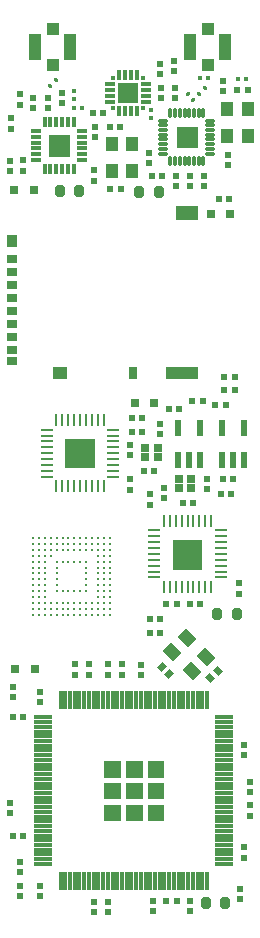
<source format=gbr>
%TF.GenerationSoftware,KiCad,Pcbnew,8.0.6*%
%TF.CreationDate,2024-11-25T22:35:05+01:00*%
%TF.ProjectId,M2SmartHome,4d32536d-6172-4744-986f-6d652e6b6963,rev?*%
%TF.SameCoordinates,Original*%
%TF.FileFunction,Paste,Top*%
%TF.FilePolarity,Positive*%
%FSLAX46Y46*%
G04 Gerber Fmt 4.6, Leading zero omitted, Abs format (unit mm)*
G04 Created by KiCad (PCBNEW 8.0.6) date 2024-11-25 22:35:05*
%MOMM*%
%LPD*%
G01*
G04 APERTURE LIST*
G04 Aperture macros list*
%AMRoundRect*
0 Rectangle with rounded corners*
0 $1 Rounding radius*
0 $2 $3 $4 $5 $6 $7 $8 $9 X,Y pos of 4 corners*
0 Add a 4 corners polygon primitive as box body*
4,1,4,$2,$3,$4,$5,$6,$7,$8,$9,$2,$3,0*
0 Add four circle primitives for the rounded corners*
1,1,$1+$1,$2,$3*
1,1,$1+$1,$4,$5*
1,1,$1+$1,$6,$7*
1,1,$1+$1,$8,$9*
0 Add four rect primitives between the rounded corners*
20,1,$1+$1,$2,$3,$4,$5,0*
20,1,$1+$1,$4,$5,$6,$7,0*
20,1,$1+$1,$6,$7,$8,$9,0*
20,1,$1+$1,$8,$9,$2,$3,0*%
%AMRotRect*
0 Rectangle, with rotation*
0 The origin of the aperture is its center*
0 $1 length*
0 $2 width*
0 $3 Rotation angle, in degrees counterclockwise*
0 Add horizontal line*
21,1,$1,$2,0,0,$3*%
G04 Aperture macros list end*
%ADD10C,0.010000*%
%ADD11R,0.900000X0.700000*%
%ADD12R,1.200000X1.000000*%
%ADD13R,2.800000X1.000000*%
%ADD14R,1.900000X1.300000*%
%ADD15R,0.900000X1.000000*%
%ADD16R,0.800000X1.000000*%
%ADD17R,0.800000X0.800000*%
%ADD18R,0.560000X0.600000*%
%ADD19R,0.600000X0.560000*%
%ADD20R,1.000000X1.050000*%
%ADD21R,1.050000X2.200000*%
%ADD22RoundRect,0.006600X0.363400X0.103400X-0.363400X0.103400X-0.363400X-0.103400X0.363400X-0.103400X0*%
%ADD23RoundRect,0.019800X0.090200X0.350200X-0.090200X0.350200X-0.090200X-0.350200X0.090200X-0.350200X0*%
%ADD24RoundRect,0.200000X-0.200000X-0.275000X0.200000X-0.275000X0.200000X0.275000X-0.200000X0.275000X0*%
%ADD25RoundRect,0.200000X0.200000X0.275000X-0.200000X0.275000X-0.200000X-0.275000X0.200000X-0.275000X0*%
%ADD26RoundRect,0.079500X-0.100500X0.079500X-0.100500X-0.079500X0.100500X-0.079500X0.100500X0.079500X0*%
%ADD27RotRect,0.560000X0.600000X225.000000*%
%ADD28R,0.350000X0.350000*%
%ADD29R,0.900000X0.300000*%
%ADD30R,0.300000X0.900000*%
%ADD31R,1.800000X1.800000*%
%ADD32RoundRect,0.009100X0.395900X0.120900X-0.395900X0.120900X-0.395900X-0.120900X0.395900X-0.120900X0*%
%ADD33RoundRect,0.009100X0.120900X0.395900X-0.120900X0.395900X-0.120900X-0.395900X0.120900X-0.395900X0*%
%ADD34R,0.750000X0.650000*%
%ADD35R,1.050000X1.300000*%
%ADD36R,0.260000X1.080000*%
%ADD37R,1.080000X0.260000*%
%ADD38R,0.558800X1.320800*%
%ADD39RoundRect,0.006900X-0.728100X-0.108100X0.728100X-0.108100X0.728100X0.108100X-0.728100X0.108100X0*%
%ADD40RoundRect,0.006900X0.108100X-0.728100X0.108100X0.728100X-0.108100X0.728100X-0.108100X-0.728100X0*%
%ADD41RotRect,1.050000X1.300000X45.000000*%
%ADD42RoundRect,0.079500X0.014849X-0.127279X0.127279X-0.014849X-0.014849X0.127279X-0.127279X0.014849X0*%
%ADD43RoundRect,0.079500X-0.014849X0.127279X-0.127279X0.014849X0.014849X-0.127279X0.127279X-0.014849X0*%
%ADD44RoundRect,0.079500X0.079500X0.100500X-0.079500X0.100500X-0.079500X-0.100500X0.079500X-0.100500X0*%
%ADD45RotRect,0.560000X0.600000X315.000000*%
%ADD46RoundRect,0.079500X-0.079500X-0.100500X0.079500X-0.100500X0.079500X0.100500X-0.079500X0.100500X0*%
%ADD47RoundRect,0.079500X-0.127279X-0.014849X-0.014849X-0.127279X0.127279X0.014849X0.014849X0.127279X0*%
%ADD48C,0.240000*%
G04 APERTURE END LIST*
D10*
%TO.C,U7*%
X97650000Y-97042500D02*
X95950000Y-97042500D01*
X95950000Y-95342500D01*
X97650000Y-95342500D01*
X97650000Y-97042500D01*
G36*
X97650000Y-97042500D02*
G01*
X95950000Y-97042500D01*
X95950000Y-95342500D01*
X97650000Y-95342500D01*
X97650000Y-97042500D01*
G37*
%TO.C,U1*%
X86855748Y-97762500D02*
X85145000Y-97762500D01*
X85145000Y-96051752D01*
X86855748Y-96051752D01*
X86855748Y-97762500D01*
G36*
X86855748Y-97762500D02*
G01*
X85145000Y-97762500D01*
X85145000Y-96051752D01*
X86855748Y-96051752D01*
X86855748Y-97762500D01*
G37*
%TO.C,U8*%
X88907500Y-124132750D02*
X86493690Y-124132750D01*
X86493690Y-121718940D01*
X88907500Y-121718940D01*
X88907500Y-124132750D01*
G36*
X88907500Y-124132750D02*
G01*
X86493690Y-124132750D01*
X86493690Y-121718940D01*
X88907500Y-121718940D01*
X88907500Y-124132750D01*
G37*
%TO.C,U3*%
X91105000Y-150335000D02*
X89795000Y-150335000D01*
X89795000Y-149025000D01*
X91105000Y-149025000D01*
X91105000Y-150335000D01*
G36*
X91105000Y-150335000D02*
G01*
X89795000Y-150335000D01*
X89795000Y-149025000D01*
X91105000Y-149025000D01*
X91105000Y-150335000D01*
G37*
X91105000Y-152185000D02*
X89795000Y-152185000D01*
X89795000Y-150875000D01*
X91105000Y-150875000D01*
X91105000Y-152185000D01*
G36*
X91105000Y-152185000D02*
G01*
X89795000Y-152185000D01*
X89795000Y-150875000D01*
X91105000Y-150875000D01*
X91105000Y-152185000D01*
G37*
X91105000Y-154035000D02*
X89795000Y-154035000D01*
X89795000Y-152725000D01*
X91105000Y-152725000D01*
X91105000Y-154035000D01*
G36*
X91105000Y-154035000D02*
G01*
X89795000Y-154035000D01*
X89795000Y-152725000D01*
X91105000Y-152725000D01*
X91105000Y-154035000D01*
G37*
X92955000Y-150335000D02*
X91645000Y-150335000D01*
X91645000Y-149025000D01*
X92955000Y-149025000D01*
X92955000Y-150335000D01*
G36*
X92955000Y-150335000D02*
G01*
X91645000Y-150335000D01*
X91645000Y-149025000D01*
X92955000Y-149025000D01*
X92955000Y-150335000D01*
G37*
X92955000Y-152185000D02*
X91645000Y-152185000D01*
X91645000Y-150875000D01*
X92955000Y-150875000D01*
X92955000Y-152185000D01*
G36*
X92955000Y-152185000D02*
G01*
X91645000Y-152185000D01*
X91645000Y-150875000D01*
X92955000Y-150875000D01*
X92955000Y-152185000D01*
G37*
X92955000Y-154035000D02*
X91645000Y-154035000D01*
X91645000Y-152725000D01*
X92955000Y-152725000D01*
X92955000Y-154035000D01*
G36*
X92955000Y-154035000D02*
G01*
X91645000Y-154035000D01*
X91645000Y-152725000D01*
X92955000Y-152725000D01*
X92955000Y-154035000D01*
G37*
X94805000Y-150335000D02*
X93495000Y-150335000D01*
X93495000Y-149025000D01*
X94805000Y-149025000D01*
X94805000Y-150335000D01*
G36*
X94805000Y-150335000D02*
G01*
X93495000Y-150335000D01*
X93495000Y-149025000D01*
X94805000Y-149025000D01*
X94805000Y-150335000D01*
G37*
X94805000Y-152185000D02*
X93495000Y-152185000D01*
X93495000Y-150875000D01*
X94805000Y-150875000D01*
X94805000Y-152185000D01*
G36*
X94805000Y-152185000D02*
G01*
X93495000Y-152185000D01*
X93495000Y-150875000D01*
X94805000Y-150875000D01*
X94805000Y-152185000D01*
G37*
X94805000Y-154035000D02*
X93495000Y-154035000D01*
X93495000Y-152725000D01*
X94805000Y-152725000D01*
X94805000Y-154035000D01*
G36*
X94805000Y-154035000D02*
G01*
X93495000Y-154035000D01*
X93495000Y-152725000D01*
X94805000Y-152725000D01*
X94805000Y-154035000D01*
G37*
%TO.C,U9*%
X98020000Y-132726310D02*
X95606190Y-132726310D01*
X95606190Y-130312500D01*
X98020000Y-130312500D01*
X98020000Y-132726310D01*
G36*
X98020000Y-132726310D02*
G01*
X95606190Y-132726310D01*
X95606190Y-130312500D01*
X98020000Y-130312500D01*
X98020000Y-132726310D01*
G37*
%TD*%
D11*
%TO.C,J5*%
X82025000Y-106532500D03*
X82025000Y-107632500D03*
X82025000Y-108732500D03*
X82025000Y-109832500D03*
X82025000Y-110932500D03*
X82025000Y-112032500D03*
X82025000Y-113132500D03*
X82025000Y-114232500D03*
D12*
X86025000Y-116132500D03*
D13*
X96375000Y-116132500D03*
D14*
X96825000Y-102632500D03*
D15*
X82025000Y-104982500D03*
D16*
X92225000Y-116132500D03*
D11*
X82025000Y-115182500D03*
%TD*%
D17*
%TO.C,D3*%
X100475000Y-102700000D03*
X98825000Y-102700000D03*
%TD*%
D18*
%TO.C,C49*%
X101935000Y-92250000D03*
X101065000Y-92250000D03*
%TD*%
D19*
%TO.C,C46*%
X98247500Y-100334999D03*
X98247500Y-99465001D03*
%TD*%
%TO.C,R49*%
X81800000Y-153442499D03*
X81800000Y-152572501D03*
%TD*%
%TO.C,R10*%
X92000000Y-125172501D03*
X92000000Y-126042499D03*
%TD*%
%TO.C,R69*%
X101300000Y-159872501D03*
X101300000Y-160742499D03*
%TD*%
D20*
%TO.C,J3*%
X98550000Y-90075000D03*
D21*
X100025000Y-88550000D03*
D20*
X98550000Y-87025000D03*
D21*
X97075000Y-88550000D03*
%TD*%
D22*
%TO.C,U7*%
X98795000Y-97592500D03*
X98795000Y-97192500D03*
X98795000Y-96792500D03*
X98795000Y-96392500D03*
X98795000Y-95992500D03*
X98795000Y-95592500D03*
X98795000Y-95192500D03*
X98795000Y-94792500D03*
D23*
X98200000Y-94197500D03*
X97800000Y-94197500D03*
X97400000Y-94197500D03*
X97000000Y-94197500D03*
X96600000Y-94197500D03*
X96200000Y-94197500D03*
X95800000Y-94197500D03*
X95400000Y-94197500D03*
D22*
X94805000Y-94792500D03*
X94805000Y-95192500D03*
X94805000Y-95592500D03*
X94805000Y-95992500D03*
X94805000Y-96392500D03*
X94805000Y-96792500D03*
X94805000Y-97192500D03*
X94805000Y-97592500D03*
D23*
X95400000Y-98187500D03*
X95800000Y-98187500D03*
X96200000Y-98187500D03*
X96600000Y-98187500D03*
X97000000Y-98187500D03*
X97400000Y-98187500D03*
X97800000Y-98187500D03*
X98200000Y-98187500D03*
%TD*%
D19*
%TO.C,C37*%
X101200000Y-134842499D03*
X101200000Y-133972501D03*
%TD*%
%TO.C,C57*%
X83800000Y-92872500D03*
X83800000Y-93742500D03*
%TD*%
%TO.C,R41*%
X81920000Y-95472499D03*
X81920000Y-94602501D03*
%TD*%
D18*
%TO.C,C31*%
X97920000Y-135750000D03*
X97050000Y-135750000D03*
%TD*%
D19*
%TO.C,C25*%
X94900000Y-125865000D03*
X94900000Y-126735000D03*
%TD*%
D24*
%TO.C,FB5*%
X99375000Y-136607500D03*
X101025000Y-136607500D03*
%TD*%
D19*
%TO.C,C77*%
X89050000Y-95315001D03*
X89050000Y-96184999D03*
%TD*%
D25*
%TO.C,FB6*%
X94425000Y-100850000D03*
X92775000Y-100850000D03*
%TD*%
D19*
%TO.C,C78*%
X82900000Y-99042500D03*
X82900000Y-98172500D03*
%TD*%
D25*
%TO.C,FB8*%
X87675000Y-100757500D03*
X86025000Y-100757500D03*
%TD*%
D18*
%TO.C,C42*%
X94682499Y-99500000D03*
X93812501Y-99500000D03*
%TD*%
D19*
%TO.C,R40*%
X100247500Y-97715001D03*
X100247500Y-98584999D03*
%TD*%
D18*
%TO.C,C68*%
X91135000Y-95350000D03*
X90265000Y-95350000D03*
%TD*%
D19*
%TO.C,C20*%
X98500000Y-126017500D03*
X98500000Y-125147500D03*
%TD*%
D26*
%TO.C,L4*%
X87250000Y-92255000D03*
X87250000Y-92945000D03*
%TD*%
D18*
%TO.C,R9*%
X96134999Y-119200000D03*
X95265001Y-119200000D03*
%TD*%
D24*
%TO.C,FB9*%
X98375000Y-161007500D03*
X100025000Y-161007500D03*
%TD*%
D19*
%TO.C,C75*%
X81800000Y-99057500D03*
X81800000Y-98187500D03*
%TD*%
D17*
%TO.C,D2*%
X82275000Y-141200000D03*
X83925000Y-141200000D03*
%TD*%
D27*
%TO.C,C2*%
X99407591Y-141399909D03*
X98792409Y-142015091D03*
%TD*%
D28*
%TO.C,U5*%
X90550000Y-91200000D03*
D29*
X90250000Y-91700000D03*
X90250000Y-92200000D03*
X90250000Y-92700000D03*
X90250000Y-93200000D03*
D28*
X90550000Y-93700000D03*
D30*
X91050000Y-94000000D03*
X91550000Y-94000000D03*
X92050000Y-94000000D03*
X92550000Y-94000000D03*
D28*
X93050000Y-93700000D03*
D29*
X93350000Y-93200000D03*
X93350000Y-92700000D03*
X93350000Y-92200000D03*
X93350000Y-91700000D03*
D28*
X93050000Y-91200000D03*
D30*
X92550000Y-90900000D03*
X92050000Y-90900000D03*
X91550000Y-90900000D03*
X91050000Y-90900000D03*
D31*
X91800000Y-92450000D03*
%TD*%
D19*
%TO.C,R57*%
X87320000Y-141717500D03*
X87320000Y-140847500D03*
%TD*%
D32*
%TO.C,U1*%
X87955000Y-98157500D03*
X87955000Y-97657500D03*
X87955000Y-97157500D03*
X87955000Y-96657500D03*
X87955000Y-96157500D03*
X87955000Y-95657500D03*
D33*
X87250000Y-94952500D03*
X86750000Y-94952500D03*
X86250000Y-94952500D03*
X85750000Y-94952500D03*
X85250000Y-94952500D03*
X84750000Y-94952500D03*
D32*
X84045000Y-95657500D03*
X84045000Y-96157500D03*
X84045000Y-96657500D03*
X84045000Y-97157500D03*
X84045000Y-97657500D03*
X84045000Y-98157500D03*
D33*
X84750000Y-98862500D03*
X85250000Y-98862500D03*
X85750000Y-98862500D03*
X86250000Y-98862500D03*
X86750000Y-98862500D03*
X87250000Y-98862500D03*
%TD*%
D34*
%TO.C,Y3*%
X97155000Y-125147500D03*
X96105000Y-125147500D03*
X96105000Y-125897500D03*
X97155000Y-125897500D03*
%TD*%
D19*
%TO.C,C56*%
X88950000Y-99892499D03*
X88950000Y-99022501D03*
%TD*%
D35*
%TO.C,Y5*%
X90425000Y-96800000D03*
X90425000Y-99100000D03*
X92175000Y-99100000D03*
X92175000Y-96800000D03*
%TD*%
D36*
%TO.C,U8*%
X89737500Y-120147750D03*
X89237500Y-120147750D03*
X88737500Y-120147750D03*
X88237500Y-120147750D03*
X87737500Y-120147750D03*
X87237500Y-120147750D03*
X86737500Y-120147750D03*
X86237500Y-120147750D03*
X85737500Y-120147750D03*
D37*
X84922500Y-120962750D03*
X84922500Y-121462750D03*
X84922500Y-121962750D03*
X84922500Y-122462750D03*
X84922500Y-122962750D03*
X84922500Y-123462750D03*
X84922500Y-123962750D03*
X84922500Y-124462750D03*
X84922500Y-124962750D03*
D36*
X85737500Y-125777750D03*
X86237500Y-125777750D03*
X86737500Y-125777750D03*
X87237500Y-125777750D03*
X87737500Y-125777750D03*
X88237500Y-125777750D03*
X88737500Y-125777750D03*
X89237500Y-125777750D03*
X89737500Y-125777750D03*
D37*
X90552500Y-124962750D03*
X90552500Y-124462750D03*
X90552500Y-123962750D03*
X90552500Y-123462750D03*
X90552500Y-122962750D03*
X90552500Y-122462750D03*
X90552500Y-121962750D03*
X90552500Y-121462750D03*
X90552500Y-120962750D03*
%TD*%
D19*
%TO.C,R67*%
X84400000Y-159572500D03*
X84400000Y-160442500D03*
%TD*%
D26*
%TO.C,L2*%
X93800000Y-93860000D03*
X93800000Y-94550000D03*
%TD*%
D18*
%TO.C,R35*%
X97335000Y-127182500D03*
X96465000Y-127182500D03*
%TD*%
D19*
%TO.C,R68*%
X97100000Y-160872501D03*
X97100000Y-161742499D03*
%TD*%
%TO.C,C4*%
X94500000Y-120472501D03*
X94500000Y-121342499D03*
%TD*%
D18*
%TO.C,R50*%
X82075001Y-145330000D03*
X82944999Y-145330000D03*
%TD*%
D19*
%TO.C,C58*%
X85000000Y-92872500D03*
X85000000Y-93742500D03*
%TD*%
%TO.C,C64*%
X101600000Y-148542499D03*
X101600000Y-147672501D03*
%TD*%
D18*
%TO.C,C5*%
X97265001Y-118557500D03*
X98134999Y-118557500D03*
%TD*%
D19*
%TO.C,R62*%
X91280000Y-141717500D03*
X91280000Y-140847500D03*
%TD*%
D38*
%TO.C,U6*%
X99760200Y-123529100D03*
X100700000Y-123529100D03*
X101639800Y-123529100D03*
X101639800Y-120785900D03*
X99760200Y-120785900D03*
%TD*%
D39*
%TO.C,U3*%
X84630000Y-145330000D03*
X84630000Y-145730000D03*
X84630000Y-146130000D03*
X84630000Y-146530000D03*
X84630000Y-146930000D03*
X84630000Y-147330000D03*
X84630000Y-147730000D03*
X84630000Y-148130000D03*
X84630000Y-148530000D03*
X84630000Y-148930000D03*
X84630000Y-149330000D03*
X84630000Y-149730000D03*
X84630000Y-150130000D03*
X84630000Y-150530000D03*
X84630000Y-150930000D03*
X84630000Y-151330000D03*
X84630000Y-151730000D03*
X84630000Y-152130000D03*
X84630000Y-152530000D03*
X84630000Y-152930000D03*
X84630000Y-153330000D03*
X84630000Y-153730000D03*
X84630000Y-154130000D03*
X84630000Y-154530000D03*
X84630000Y-154930000D03*
X84630000Y-155330000D03*
X84630000Y-155730000D03*
X84630000Y-156130000D03*
X84630000Y-156530000D03*
X84630000Y-156930000D03*
X84630000Y-157330000D03*
X84630000Y-157730000D03*
D40*
X86100000Y-159200000D03*
X86500000Y-159200000D03*
X86900000Y-159200000D03*
X87300000Y-159200000D03*
X87700000Y-159200000D03*
X88100000Y-159200000D03*
X88500000Y-159200000D03*
X88900000Y-159200000D03*
X89300000Y-159200000D03*
X89700000Y-159200000D03*
X90100000Y-159200000D03*
X90500000Y-159200000D03*
X90900000Y-159200000D03*
X91300000Y-159200000D03*
X91700000Y-159200000D03*
X92100000Y-159200000D03*
X92500000Y-159200000D03*
X92900000Y-159200000D03*
X93300000Y-159200000D03*
X93700000Y-159200000D03*
X94100000Y-159200000D03*
X94500000Y-159200000D03*
X94900000Y-159200000D03*
X95300000Y-159200000D03*
X95700000Y-159200000D03*
X96100000Y-159200000D03*
X96500000Y-159200000D03*
X96900000Y-159200000D03*
X97300000Y-159200000D03*
X97700000Y-159200000D03*
X98100000Y-159200000D03*
X98500000Y-159200000D03*
D39*
X99970000Y-157730000D03*
X99970000Y-157330000D03*
X99970000Y-156930000D03*
X99970000Y-156530000D03*
X99970000Y-156130000D03*
X99970000Y-155730000D03*
X99970000Y-155330000D03*
X99970000Y-154930000D03*
X99970000Y-154530000D03*
X99970000Y-154130000D03*
X99970000Y-153730000D03*
X99970000Y-153330000D03*
X99970000Y-152930000D03*
X99970000Y-152530000D03*
X99970000Y-152130000D03*
X99970000Y-151730000D03*
X99970000Y-151330000D03*
X99970000Y-150930000D03*
X99970000Y-150530000D03*
X99970000Y-150130000D03*
X99970000Y-149730000D03*
X99970000Y-149330000D03*
X99970000Y-148930000D03*
X99970000Y-148530000D03*
X99970000Y-148130000D03*
X99970000Y-147730000D03*
X99970000Y-147330000D03*
X99970000Y-146930000D03*
X99970000Y-146530000D03*
X99970000Y-146130000D03*
X99970000Y-145730000D03*
X99970000Y-145330000D03*
D40*
X98500000Y-143860000D03*
X98100000Y-143860000D03*
X97700000Y-143860000D03*
X97300000Y-143860000D03*
X96900000Y-143860000D03*
X96500000Y-143860000D03*
X96100000Y-143860000D03*
X95700000Y-143860000D03*
X95300000Y-143860000D03*
X94900000Y-143860000D03*
X94500000Y-143860000D03*
X94100000Y-143860000D03*
X93700000Y-143860000D03*
X93300000Y-143860000D03*
X92900000Y-143860000D03*
X92500000Y-143860000D03*
X92100000Y-143860000D03*
X91700000Y-143860000D03*
X91300000Y-143860000D03*
X90900000Y-143860000D03*
X90500000Y-143860000D03*
X90100000Y-143860000D03*
X89700000Y-143860000D03*
X89300000Y-143860000D03*
X88900000Y-143860000D03*
X88500000Y-143860000D03*
X88100000Y-143860000D03*
X87700000Y-143860000D03*
X87300000Y-143860000D03*
X86900000Y-143860000D03*
X86500000Y-143860000D03*
X86100000Y-143860000D03*
%TD*%
D19*
%TO.C,C65*%
X102100000Y-151642500D03*
X102100000Y-150772500D03*
%TD*%
D17*
%TO.C,D1*%
X94025000Y-118707500D03*
X92375000Y-118707500D03*
%TD*%
D19*
%TO.C,R3*%
X82700000Y-158442499D03*
X82700000Y-157572501D03*
%TD*%
%TO.C,C50*%
X94600000Y-92015000D03*
X94600000Y-92885000D03*
%TD*%
D41*
%TO.C,Y1*%
X95568109Y-139805546D03*
X97194454Y-141431891D03*
X98431891Y-140194454D03*
X96805546Y-138568109D03*
%TD*%
D19*
%TO.C,R61*%
X88480000Y-141717500D03*
X88480000Y-140847500D03*
%TD*%
D18*
%TO.C,R26*%
X99665000Y-126382500D03*
X100535000Y-126382500D03*
%TD*%
%TO.C,C24*%
X99215001Y-118907500D03*
X100084999Y-118907500D03*
%TD*%
%TO.C,R23*%
X99865000Y-125182500D03*
X100735000Y-125182500D03*
%TD*%
D42*
%TO.C,C59*%
X85206048Y-91843952D03*
X85693952Y-91356048D03*
%TD*%
D19*
%TO.C,R28*%
X82100000Y-143642499D03*
X82100000Y-142772501D03*
%TD*%
D43*
%TO.C,L3*%
X98343952Y-92056048D03*
X97856048Y-92543952D03*
%TD*%
D18*
%TO.C,R1*%
X82065000Y-155407500D03*
X82935000Y-155407500D03*
%TD*%
D19*
%TO.C,C43*%
X95847500Y-100334999D03*
X95847500Y-99465001D03*
%TD*%
D18*
%TO.C,R63*%
X94534999Y-137000000D03*
X93665001Y-137000000D03*
%TD*%
D19*
%TO.C,C51*%
X99850000Y-91415001D03*
X99850000Y-92284999D03*
%TD*%
D20*
%TO.C,J4*%
X85450000Y-90075000D03*
D21*
X86925000Y-88550000D03*
D20*
X85450000Y-87025000D03*
D21*
X83975000Y-88550000D03*
%TD*%
D19*
%TO.C,R8*%
X92000000Y-123142500D03*
X92000000Y-122272500D03*
%TD*%
D37*
%TO.C,U9*%
X94035000Y-129482500D03*
X94035000Y-129982500D03*
X94035000Y-130482500D03*
X94035000Y-130982500D03*
X94035000Y-131482500D03*
X94035000Y-131982500D03*
X94035000Y-132482500D03*
X94035000Y-132982500D03*
X94035000Y-133482500D03*
D36*
X94850000Y-134297500D03*
X95350000Y-134297500D03*
X95850000Y-134297500D03*
X96350000Y-134297500D03*
X96850000Y-134297500D03*
X97350000Y-134297500D03*
X97850000Y-134297500D03*
X98350000Y-134297500D03*
X98850000Y-134297500D03*
D37*
X99665000Y-133482500D03*
X99665000Y-132982500D03*
X99665000Y-132482500D03*
X99665000Y-131982500D03*
X99665000Y-131482500D03*
X99665000Y-130982500D03*
X99665000Y-130482500D03*
X99665000Y-129982500D03*
X99665000Y-129482500D03*
D36*
X98850000Y-128667500D03*
X98350000Y-128667500D03*
X97850000Y-128667500D03*
X97350000Y-128667500D03*
X96850000Y-128667500D03*
X96350000Y-128667500D03*
X95850000Y-128667500D03*
X95350000Y-128667500D03*
X94850000Y-128667500D03*
%TD*%
D19*
%TO.C,R36*%
X93700000Y-126447501D03*
X93700000Y-127317499D03*
%TD*%
D38*
%TO.C,U4*%
X96010200Y-123529100D03*
X96950000Y-123529100D03*
X97889800Y-123529100D03*
X97889800Y-120785900D03*
X96010200Y-120785900D03*
%TD*%
D19*
%TO.C,C44*%
X93600000Y-97515001D03*
X93600000Y-98384999D03*
%TD*%
%TO.C,C55*%
X82630000Y-92582501D03*
X82630000Y-93452499D03*
%TD*%
%TO.C,C81*%
X92900000Y-140872501D03*
X92900000Y-141742499D03*
%TD*%
%TO.C,C63*%
X101675000Y-156322500D03*
X101675000Y-157192500D03*
%TD*%
D18*
%TO.C,C67*%
X90315000Y-100600000D03*
X91185000Y-100600000D03*
%TD*%
%TO.C,R27*%
X99515001Y-101400000D03*
X100384999Y-101400000D03*
%TD*%
D19*
%TO.C,C80*%
X90100000Y-160965000D03*
X90100000Y-161835000D03*
%TD*%
%TO.C,C66*%
X93900000Y-161742499D03*
X93900000Y-160872501D03*
%TD*%
%TO.C,C76*%
X86200000Y-92472501D03*
X86200000Y-93342499D03*
%TD*%
%TO.C,R51*%
X102100000Y-152772501D03*
X102100000Y-153642499D03*
%TD*%
D44*
%TO.C,C60*%
X87945000Y-93700000D03*
X87255000Y-93700000D03*
%TD*%
D45*
%TO.C,C1*%
X94692409Y-141042409D03*
X95307591Y-141657591D03*
%TD*%
D17*
%TO.C,D4*%
X83850000Y-100707500D03*
X82200000Y-100707500D03*
%TD*%
D18*
%TO.C,C10*%
X94034999Y-124507500D03*
X93165001Y-124507500D03*
%TD*%
D34*
%TO.C,Y2*%
X93275000Y-123282500D03*
X94325000Y-123282500D03*
X94325000Y-122532500D03*
X93275000Y-122532500D03*
%TD*%
D18*
%TO.C,C9*%
X93034999Y-121150000D03*
X92165001Y-121150000D03*
%TD*%
D19*
%TO.C,C52*%
X95800000Y-92015000D03*
X95800000Y-92885000D03*
%TD*%
D46*
%TO.C,L1*%
X101102500Y-91250000D03*
X101792500Y-91250000D03*
%TD*%
D19*
%TO.C,C45*%
X97047500Y-100334999D03*
X97047500Y-99465001D03*
%TD*%
%TO.C,R48*%
X84400000Y-143165000D03*
X84400000Y-144035000D03*
%TD*%
D18*
%TO.C,R7*%
X93034999Y-120007500D03*
X92165001Y-120007500D03*
%TD*%
D19*
%TO.C,R73*%
X94500000Y-90015001D03*
X94500000Y-90884999D03*
%TD*%
D18*
%TO.C,C41*%
X88865001Y-94150000D03*
X89734999Y-94150000D03*
%TD*%
D47*
%TO.C,C54*%
X96856048Y-92556048D03*
X97343952Y-93043952D03*
%TD*%
D19*
%TO.C,R70*%
X82700000Y-159572500D03*
X82700000Y-160442500D03*
%TD*%
D35*
%TO.C,Y4*%
X101975000Y-96100000D03*
X101975000Y-93800000D03*
X100225000Y-93800000D03*
X100225000Y-96100000D03*
%TD*%
D18*
%TO.C,R44*%
X95065001Y-160907500D03*
X95934999Y-160907500D03*
%TD*%
D19*
%TO.C,R30*%
X95700000Y-90634999D03*
X95700000Y-89765001D03*
%TD*%
D18*
%TO.C,R59*%
X94534999Y-138150000D03*
X93665001Y-138150000D03*
%TD*%
%TO.C,R64*%
X100830000Y-116467500D03*
X99960000Y-116467500D03*
%TD*%
%TO.C,R60*%
X100835000Y-117607500D03*
X99965000Y-117607500D03*
%TD*%
D48*
%TO.C,U2*%
X83767500Y-130137500D03*
X84267500Y-130137500D03*
X84767500Y-130137500D03*
X85267500Y-130137500D03*
X85767500Y-130137500D03*
X86267500Y-130137500D03*
X86767500Y-130137500D03*
X87267500Y-130137500D03*
X87767500Y-130137500D03*
X88267500Y-130137500D03*
X88767500Y-130137500D03*
X89267500Y-130137500D03*
X89767500Y-130137500D03*
X90267500Y-130137500D03*
X83767500Y-130637500D03*
X84267500Y-130637500D03*
X84767500Y-130637500D03*
X85267500Y-130637500D03*
X85767500Y-130637500D03*
X86267500Y-130637500D03*
X86767500Y-130637500D03*
X87267500Y-130637500D03*
X87767500Y-130637500D03*
X88267500Y-130637500D03*
X88767500Y-130637500D03*
X89267500Y-130637500D03*
X89767500Y-130637500D03*
X90267500Y-130637500D03*
X83767500Y-131137500D03*
X84267500Y-131137500D03*
X84767500Y-131137500D03*
X85267500Y-131137500D03*
X85767500Y-131137500D03*
X86267500Y-131137500D03*
X86767500Y-131137500D03*
X87267500Y-131137500D03*
X87767500Y-131137500D03*
X88267500Y-131137500D03*
X88767500Y-131137500D03*
X89267500Y-131137500D03*
X89767500Y-131137500D03*
X90267500Y-131137500D03*
X83767500Y-131637500D03*
X84267500Y-131637500D03*
X84767500Y-131637500D03*
X85267500Y-131637500D03*
X89267500Y-131637500D03*
X89767500Y-131637500D03*
X90267500Y-131637500D03*
X83767500Y-132137500D03*
X84267500Y-132137500D03*
X84767500Y-132137500D03*
X85767500Y-132137500D03*
X86267500Y-132137500D03*
X86767500Y-132137500D03*
X87267500Y-132137500D03*
X87767500Y-132137500D03*
X88267500Y-132137500D03*
X89267500Y-132137500D03*
X89767500Y-132137500D03*
X90267500Y-132137500D03*
X83767500Y-132637500D03*
X84267500Y-132637500D03*
X84767500Y-132637500D03*
X85767500Y-132637500D03*
X88267500Y-132637500D03*
X89267500Y-132637500D03*
X89767500Y-132637500D03*
X90267500Y-132637500D03*
X83767500Y-133137500D03*
X84267500Y-133137500D03*
X84767500Y-133137500D03*
X85767500Y-133137500D03*
X88267500Y-133137500D03*
X89267500Y-133137500D03*
X89767500Y-133137500D03*
X90267500Y-133137500D03*
X83767500Y-133637500D03*
X84267500Y-133637500D03*
X84767500Y-133637500D03*
X85767500Y-133637500D03*
X88267500Y-133637500D03*
X89267500Y-133637500D03*
X89767500Y-133637500D03*
X90267500Y-133637500D03*
X83767500Y-134137500D03*
X84267500Y-134137500D03*
X84767500Y-134137500D03*
X85767500Y-134137500D03*
X88267500Y-134137500D03*
X89267500Y-134137500D03*
X89767500Y-134137500D03*
X90267500Y-134137500D03*
X83767500Y-134637500D03*
X84267500Y-134637500D03*
X84767500Y-134637500D03*
X85767500Y-134637500D03*
X86267500Y-134637500D03*
X86767500Y-134637500D03*
X87267500Y-134637500D03*
X87767500Y-134637500D03*
X88267500Y-134637500D03*
X89267500Y-134637500D03*
X89767500Y-134637500D03*
X90267500Y-134637500D03*
X83767500Y-135137500D03*
X84267500Y-135137500D03*
X84767500Y-135137500D03*
X89267500Y-135137500D03*
X89767500Y-135137500D03*
X90267500Y-135137500D03*
X83767500Y-135637500D03*
X84267500Y-135637500D03*
X84767500Y-135637500D03*
X85267500Y-135637500D03*
X85767500Y-135637500D03*
X86267500Y-135637500D03*
X86767500Y-135637500D03*
X87267500Y-135637500D03*
X87767500Y-135637500D03*
X88267500Y-135637500D03*
X88767500Y-135637500D03*
X89267500Y-135637500D03*
X89767500Y-135637500D03*
X90267500Y-135637500D03*
X83767500Y-136137500D03*
X84267500Y-136137500D03*
X84767500Y-136137500D03*
X85267500Y-136137500D03*
X85767500Y-136137500D03*
X86267500Y-136137500D03*
X86767500Y-136137500D03*
X87267500Y-136137500D03*
X87767500Y-136137500D03*
X88267500Y-136137500D03*
X88767500Y-136137500D03*
X89267500Y-136137500D03*
X89767500Y-136137500D03*
X90267500Y-136137500D03*
X83767500Y-136637500D03*
X84267500Y-136637500D03*
X84767500Y-136637500D03*
X85267500Y-136637500D03*
X85767500Y-136637500D03*
X86267500Y-136637500D03*
X86767500Y-136637500D03*
X87267500Y-136637500D03*
X87767500Y-136637500D03*
X88267500Y-136637500D03*
X88767500Y-136637500D03*
X89267500Y-136637500D03*
X89767500Y-136637500D03*
X90267500Y-136637500D03*
%TD*%
D19*
%TO.C,R58*%
X90120000Y-141717500D03*
X90120000Y-140847500D03*
%TD*%
D18*
%TO.C,C33*%
X95050000Y-135750000D03*
X95920000Y-135750000D03*
%TD*%
D46*
%TO.C,C53*%
X97905000Y-91200000D03*
X98595000Y-91200000D03*
%TD*%
D19*
%TO.C,C79*%
X88900000Y-160965000D03*
X88900000Y-161835000D03*
%TD*%
M02*

</source>
